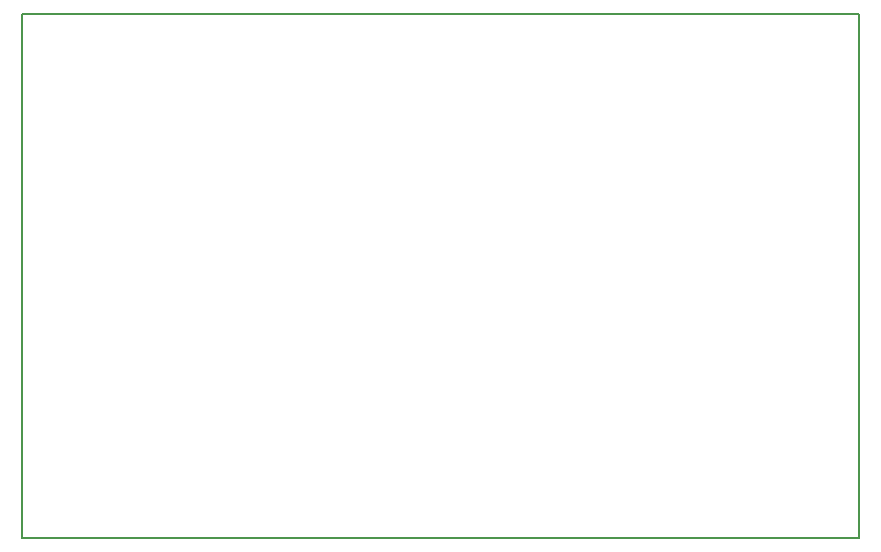
<source format=gm1>
G04 MADE WITH FRITZING*
G04 WWW.FRITZING.ORG*
G04 DOUBLE SIDED*
G04 HOLES PLATED*
G04 CONTOUR ON CENTER OF CONTOUR VECTOR*
%ASAXBY*%
%FSLAX23Y23*%
%MOIN*%
%OFA0B0*%
%SFA1.0B1.0*%
%ADD10R,2.795280X1.751970*%
%ADD11C,0.008000*%
%ADD10C,0.008*%
%LNCONTOUR*%
G90*
G70*
G54D10*
G54D11*
X11Y1741D02*
X2799Y1741D01*
X2799Y-3D01*
X11Y-3D01*
X11Y1741D01*
D02*
G04 End of contour*
M02*
</source>
